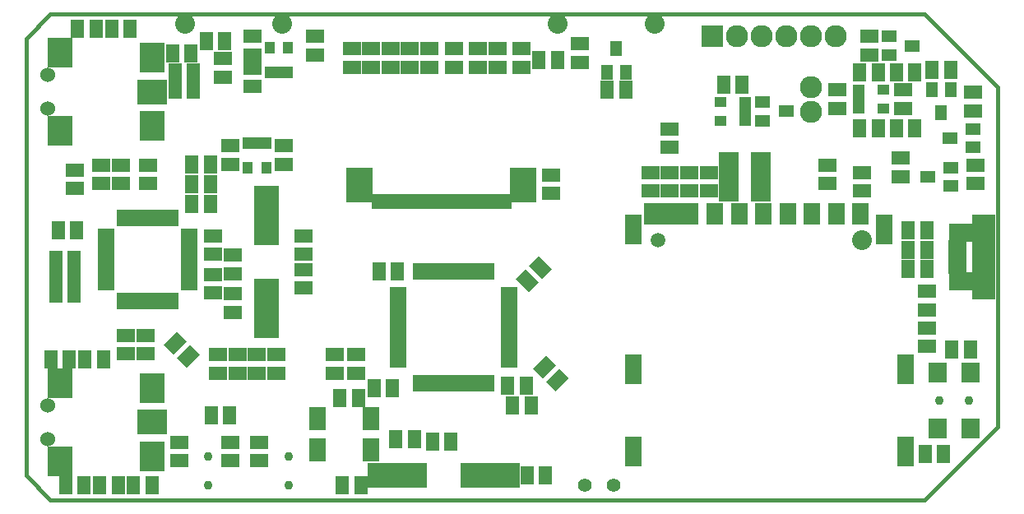
<source format=gts>
G04 (created by PCBNEW-RS274X (2012-05-21 BZR 3261)-stable) date Wed 26 Sep 2012 20:51:20 BST*
G01*
G70*
G90*
%MOIN*%
G04 Gerber Fmt 3.4, Leading zero omitted, Abs format*
%FSLAX34Y34*%
G04 APERTURE LIST*
%ADD10C,0.006000*%
%ADD11C,0.015000*%
%ADD12R,0.050000X0.040000*%
%ADD13R,0.040000X0.050000*%
%ADD14R,0.048000X0.059000*%
%ADD15R,0.059000X0.048000*%
%ADD16R,0.080000X0.100000*%
%ADD17R,0.055000X0.075000*%
%ADD18R,0.075000X0.055000*%
%ADD19R,0.074300X0.037700*%
%ADD20R,0.094800X0.066300*%
%ADD21R,0.094800X0.113500*%
%ADD22R,0.102700X0.078100*%
%ADD23R,0.031800X0.067000*%
%ADD24R,0.067000X0.031800*%
%ADD25C,0.090000*%
%ADD26R,0.090000X0.090000*%
%ADD27R,0.100700X0.238500*%
%ADD28R,0.238500X0.100700*%
%ADD29C,0.080000*%
%ADD30R,0.031800X0.063300*%
%ADD31R,0.110600X0.142000*%
%ADD32R,0.098700X0.120400*%
%ADD33R,0.120400X0.098700*%
%ADD34C,0.060000*%
%ADD35C,0.055400*%
%ADD36R,0.071200X0.094800*%
%ADD37R,0.065000X0.090000*%
%ADD38R,0.060000X0.090000*%
%ADD39R,0.055000X0.090000*%
%ADD40C,0.059400*%
%ADD41R,0.070000X0.120000*%
%ADD42R,0.075100X0.079100*%
%ADD43C,0.036200*%
G04 APERTURE END LIST*
G54D10*
G54D11*
X39369Y16733D02*
X39370Y16733D01*
X36417Y19685D02*
X39369Y16733D01*
X00984Y19685D02*
X00000Y18701D01*
X36417Y19685D02*
X00984Y19685D01*
X36417Y00000D02*
X39370Y02953D01*
X00000Y00984D02*
X00000Y00985D01*
X00984Y00000D02*
X00000Y00984D01*
X36417Y00000D02*
X00984Y00000D01*
X00000Y18701D02*
X00000Y00985D01*
X39370Y16733D02*
X39370Y02953D01*
G54D12*
X33752Y16616D03*
X33752Y15866D03*
X34752Y16616D03*
X33752Y16241D03*
X34752Y15866D03*
G54D13*
X09861Y17315D03*
X10611Y17315D03*
X09861Y18315D03*
X10236Y17315D03*
X10611Y18315D03*
X09725Y14477D03*
X08975Y14477D03*
X09725Y13477D03*
X09350Y14477D03*
X08975Y13477D03*
G54D12*
X29142Y15373D03*
X29142Y16123D03*
X28142Y15373D03*
X29142Y15748D03*
X28142Y16123D03*
G54D14*
X23917Y18287D03*
X23543Y17343D03*
X24291Y17343D03*
G54D15*
X37422Y14666D03*
X38366Y14292D03*
X38366Y15040D03*
X36536Y13091D03*
X37480Y12717D03*
X37480Y13465D03*
G54D16*
X28484Y13583D03*
X29784Y13583D03*
X29784Y12599D03*
X28484Y12599D03*
G54D17*
X07462Y13583D03*
X06712Y13583D03*
X36497Y10138D03*
X35747Y10138D03*
G54D18*
X27658Y12519D03*
X27658Y13269D03*
X26870Y12519D03*
X26870Y13269D03*
G54D17*
X02381Y05709D03*
X03131Y05709D03*
G54D18*
X36516Y06220D03*
X36516Y06970D03*
X36516Y07696D03*
X36516Y08446D03*
X33858Y12519D03*
X33858Y13269D03*
G54D17*
X36497Y09351D03*
X35747Y09351D03*
X03722Y00591D03*
X02972Y00591D03*
X36497Y10926D03*
X35747Y10926D03*
G54D18*
X38484Y13564D03*
X38484Y12814D03*
X38386Y16517D03*
X38386Y15767D03*
X35433Y13860D03*
X35433Y13110D03*
X08366Y09173D03*
X08366Y09923D03*
X26083Y15041D03*
X26083Y14291D03*
X08366Y08348D03*
X08366Y07598D03*
G54D17*
X06712Y12796D03*
X07462Y12796D03*
G54D18*
X01969Y12618D03*
X01969Y13368D03*
X08563Y05887D03*
X08563Y05137D03*
X07776Y05887D03*
X07776Y05137D03*
G54D17*
X16456Y02363D03*
X17206Y02363D03*
X01200Y08367D03*
X01950Y08367D03*
G54D18*
X11221Y10710D03*
X11221Y09960D03*
G54D17*
X02344Y00591D03*
X01594Y00591D03*
G54D18*
X06201Y02344D03*
X06201Y01594D03*
G54D17*
X05099Y00591D03*
X04349Y00591D03*
G54D18*
X11713Y18781D03*
X11713Y18031D03*
X22441Y18486D03*
X22441Y17736D03*
X11221Y08582D03*
X11221Y09332D03*
G54D17*
X36436Y01870D03*
X37186Y01870D03*
G54D18*
X25295Y13269D03*
X25295Y12519D03*
X26083Y13269D03*
X26083Y12519D03*
G54D17*
X34529Y17323D03*
X33779Y17323D03*
X35255Y17323D03*
X36005Y17323D03*
G54D18*
X08268Y01594D03*
X08268Y02344D03*
G54D17*
X37455Y17413D03*
X36705Y17413D03*
G54D18*
X09449Y01594D03*
X09449Y02344D03*
G54D17*
X02086Y19095D03*
X02836Y19095D03*
G54D18*
X07973Y17145D03*
X07973Y17895D03*
G54D17*
X06023Y17323D03*
X06773Y17323D03*
X35255Y15059D03*
X36005Y15059D03*
X33779Y15059D03*
X34529Y15059D03*
X15729Y02461D03*
X14979Y02461D03*
G54D18*
X16339Y17539D03*
X16339Y18289D03*
X15551Y17539D03*
X15551Y18289D03*
X14764Y17539D03*
X14764Y18289D03*
X13976Y17539D03*
X13976Y18289D03*
X13189Y17539D03*
X13189Y18289D03*
G54D17*
X28267Y16831D03*
X29017Y16831D03*
X12814Y00591D03*
X13564Y00591D03*
X21044Y00985D03*
X20294Y00985D03*
X38269Y06103D03*
X37519Y06103D03*
X12716Y04134D03*
X13466Y04134D03*
G54D18*
X17323Y18289D03*
X17323Y17539D03*
X32874Y15866D03*
X32874Y16616D03*
G54D17*
X03464Y19095D03*
X04214Y19095D03*
X08052Y18603D03*
X07302Y18603D03*
G54D18*
X35532Y15866D03*
X35532Y16616D03*
G54D17*
X06674Y18111D03*
X05924Y18111D03*
G54D18*
X04921Y13564D03*
X04921Y12814D03*
G54D17*
X07462Y12008D03*
X06712Y12008D03*
G54D10*
G36*
X07024Y05909D02*
X06493Y05378D01*
X06104Y05767D01*
X06635Y06298D01*
X07024Y05909D01*
X07024Y05909D01*
G37*
G36*
X06494Y06439D02*
X05963Y05908D01*
X05574Y06297D01*
X06105Y06828D01*
X06494Y06439D01*
X06494Y06439D01*
G37*
G54D18*
X04036Y05925D03*
X04036Y06675D03*
X07579Y10710D03*
X07579Y09960D03*
X07579Y09135D03*
X07579Y08385D03*
X04823Y05925D03*
X04823Y06675D03*
X03051Y12814D03*
X03051Y13564D03*
X03839Y12814D03*
X03839Y13564D03*
X32480Y13564D03*
X32480Y12814D03*
G54D17*
X07499Y03445D03*
X08249Y03445D03*
X01003Y05709D03*
X01753Y05709D03*
X01950Y09056D03*
X01200Y09056D03*
X01298Y10926D03*
X02048Y10926D03*
X01200Y09744D03*
X01950Y09744D03*
G54D18*
X10433Y13602D03*
X10433Y14352D03*
X09154Y18781D03*
X09154Y18031D03*
X08268Y14352D03*
X08268Y13602D03*
X09154Y16751D03*
X09154Y17501D03*
G54D17*
X21536Y17815D03*
X20786Y17815D03*
G54D18*
X20079Y17539D03*
X20079Y18289D03*
X19095Y18289D03*
X19095Y17539D03*
X18307Y18289D03*
X18307Y17539D03*
G54D19*
X37752Y10355D03*
X37752Y09587D03*
X37752Y10099D03*
X37752Y09843D03*
G54D20*
X38799Y09513D03*
G54D21*
X38799Y10990D03*
X38799Y08696D03*
G54D20*
X38799Y10173D03*
G54D19*
X37752Y09331D03*
G54D22*
X37894Y08873D03*
X37894Y10813D03*
G54D23*
X15846Y04725D03*
X16042Y04725D03*
X16239Y04725D03*
X16436Y04725D03*
X16633Y04725D03*
X16830Y04725D03*
X17027Y04725D03*
X17224Y04725D03*
X17420Y04725D03*
X17617Y04725D03*
X17814Y04725D03*
X18011Y04725D03*
X18208Y04725D03*
X18405Y04725D03*
X18602Y04725D03*
X18798Y04725D03*
X18798Y09253D03*
X18602Y09253D03*
X18405Y09253D03*
X18208Y09253D03*
X18011Y09253D03*
X17814Y09253D03*
X17617Y09253D03*
X17420Y09253D03*
X17224Y09253D03*
X17027Y09253D03*
X16830Y09253D03*
X16633Y09253D03*
X16436Y09253D03*
X16239Y09253D03*
X16042Y09253D03*
X15846Y09253D03*
G54D24*
X19586Y05513D03*
X19586Y05709D03*
X19586Y05906D03*
X19586Y06103D03*
X19586Y06300D03*
X19586Y06497D03*
X19586Y06694D03*
X19586Y06891D03*
X19586Y07087D03*
X19586Y07284D03*
X19586Y07481D03*
X19586Y07678D03*
X19586Y07875D03*
X19586Y08072D03*
X19586Y08269D03*
X19586Y08465D03*
X15058Y08465D03*
X15058Y08269D03*
X15058Y08072D03*
X15058Y07875D03*
X15058Y07678D03*
X15058Y07481D03*
X15058Y07284D03*
X15058Y07087D03*
X15058Y06891D03*
X15058Y06694D03*
X15058Y06497D03*
X15058Y06300D03*
X15058Y06103D03*
X15058Y05906D03*
X15058Y05709D03*
X15058Y05513D03*
G54D23*
X03838Y08072D03*
X04035Y08072D03*
X04232Y08072D03*
X04429Y08072D03*
X04626Y08072D03*
X04823Y08072D03*
X05019Y08072D03*
X05216Y08072D03*
X05413Y08072D03*
X05610Y08072D03*
X05807Y08072D03*
X06004Y08072D03*
X06004Y11418D03*
X05807Y11418D03*
X05610Y11418D03*
X05413Y11418D03*
X05216Y11418D03*
X05019Y11418D03*
X04823Y11418D03*
X04626Y11418D03*
X04429Y11418D03*
X04232Y11418D03*
X04035Y11418D03*
X03838Y11418D03*
G54D24*
X06594Y08662D03*
X06594Y08859D03*
X06594Y09056D03*
X06594Y09253D03*
X06594Y09450D03*
X06594Y09647D03*
X06594Y09843D03*
X06594Y10040D03*
X06594Y10237D03*
X06594Y10434D03*
X06594Y10631D03*
X06594Y10828D03*
X03248Y10828D03*
X03248Y10631D03*
X03248Y10434D03*
X03248Y10237D03*
X03248Y10040D03*
X03248Y09843D03*
X03248Y09647D03*
X03248Y09450D03*
X03248Y09253D03*
X03248Y09056D03*
X03248Y08859D03*
X03248Y08662D03*
G54D25*
X31791Y15741D03*
X31791Y16741D03*
G54D26*
X27815Y18800D03*
G54D25*
X28815Y18800D03*
X29815Y18800D03*
X30815Y18800D03*
X31815Y18800D03*
X32815Y18800D03*
G54D27*
X09744Y07766D03*
X09744Y11526D03*
G54D28*
X18809Y00985D03*
X15049Y00985D03*
G54D29*
X21524Y19292D03*
X25461Y19292D03*
X10366Y19292D03*
X06429Y19292D03*
G54D30*
X16734Y12107D03*
X16930Y12107D03*
X17324Y12107D03*
X17521Y12107D03*
X17718Y12107D03*
X17915Y12107D03*
X18112Y12107D03*
X18309Y12107D03*
X18505Y12107D03*
X18702Y12107D03*
X18899Y12107D03*
X19096Y12107D03*
X19293Y12107D03*
X19490Y12107D03*
X16537Y12107D03*
X14174Y12107D03*
X14371Y12107D03*
X14568Y12107D03*
X14765Y12107D03*
X14962Y12107D03*
X15159Y12107D03*
X15355Y12107D03*
X15552Y12107D03*
X15749Y12107D03*
X15946Y12107D03*
X16143Y12107D03*
X17127Y12107D03*
X16340Y12107D03*
G54D31*
X20147Y12776D03*
X13517Y12776D03*
G54D17*
X20454Y03839D03*
X19704Y03839D03*
G54D10*
G36*
X20765Y09879D02*
X21296Y09348D01*
X20907Y08959D01*
X20376Y09490D01*
X20765Y09879D01*
X20765Y09879D01*
G37*
G36*
X20235Y09349D02*
X20766Y08818D01*
X20377Y08429D01*
X19846Y08960D01*
X20235Y09349D01*
X20235Y09349D01*
G37*
G54D17*
X14290Y09252D03*
X15040Y09252D03*
G54D18*
X13386Y05887D03*
X13386Y05137D03*
G54D10*
G36*
X21985Y04925D02*
X21454Y04394D01*
X21065Y04783D01*
X21596Y05314D01*
X21985Y04925D01*
X21985Y04925D01*
G37*
G36*
X21455Y05455D02*
X20924Y04924D01*
X20535Y05313D01*
X21066Y05844D01*
X21455Y05455D01*
X21455Y05455D01*
G37*
G54D17*
X14094Y04528D03*
X14844Y04528D03*
G54D15*
X30787Y15748D03*
X29843Y16122D03*
X29843Y15374D03*
X35905Y18406D03*
X34961Y18780D03*
X34961Y18032D03*
G54D18*
X09350Y05887D03*
X09350Y05137D03*
X10138Y05887D03*
X10138Y05137D03*
X34154Y18781D03*
X34154Y18031D03*
G54D32*
X01358Y01565D03*
X01358Y04735D03*
G54D33*
X05098Y03150D03*
G54D32*
X05098Y04538D03*
X05098Y01762D03*
G54D34*
X00886Y03839D03*
X00886Y02461D03*
G54D32*
X01358Y14951D03*
X01358Y18121D03*
G54D33*
X05098Y16536D03*
G54D32*
X05098Y17924D03*
X05098Y15148D03*
G54D34*
X00886Y17225D03*
X00886Y15847D03*
G54D35*
X22637Y00591D03*
X23819Y00591D03*
G54D14*
X37080Y15691D03*
X37454Y16635D03*
X36706Y16635D03*
G54D17*
X06023Y16634D03*
X06773Y16634D03*
X23542Y16634D03*
X24292Y16634D03*
G54D18*
X21260Y12421D03*
X21260Y13171D03*
G54D36*
X13977Y03288D03*
X13977Y02028D03*
X11811Y02028D03*
X11811Y03288D03*
G54D37*
X33809Y11595D03*
X32825Y11595D03*
X31840Y11595D03*
X30856Y11595D03*
X29872Y11595D03*
X28888Y11595D03*
X27903Y11595D03*
X26919Y11595D03*
G54D38*
X26279Y11595D03*
G54D39*
X25768Y11595D03*
X25295Y11595D03*
G54D40*
X25589Y10532D03*
G54D29*
X33858Y10532D03*
G54D41*
X24606Y01977D03*
X24606Y10977D03*
X35630Y01977D03*
X34764Y10977D03*
X24606Y05284D03*
X35630Y05284D03*
G54D17*
X19507Y04626D03*
X20257Y04626D03*
G54D18*
X12500Y05137D03*
X12500Y05887D03*
G54D42*
X36930Y05178D03*
X38268Y05178D03*
X36930Y02894D03*
X38268Y02894D03*
G54D43*
X37008Y04036D03*
X38190Y04036D03*
X10630Y01773D03*
X10630Y00591D03*
X07382Y01773D03*
X07382Y00591D03*
M02*

</source>
